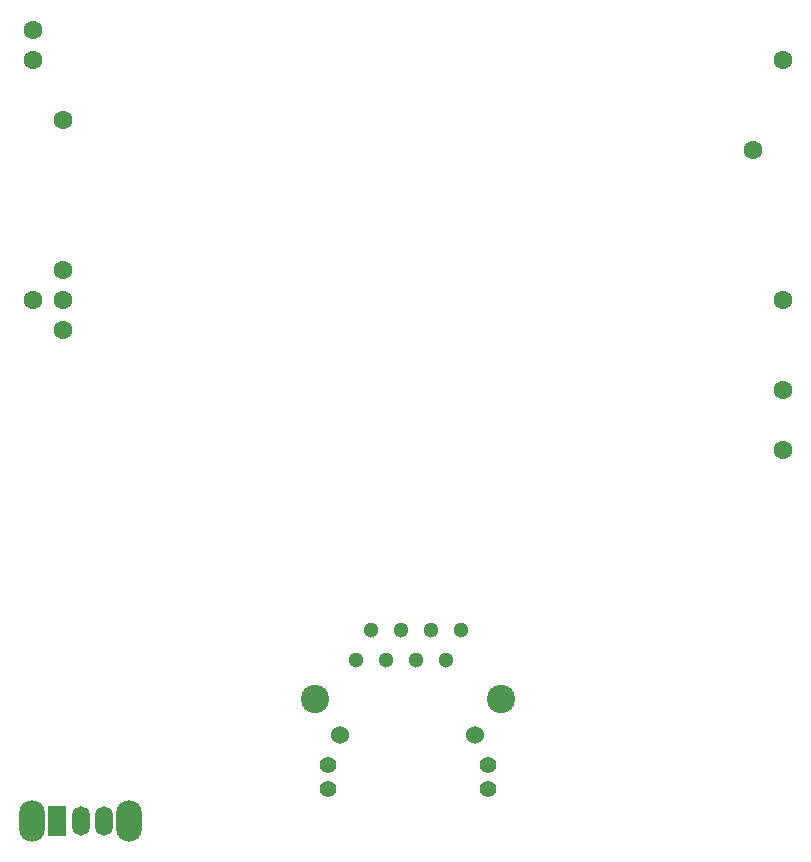
<source format=gbr>
%TF.GenerationSoftware,KiCad,Pcbnew,(6.0.9-0)*%
%TF.CreationDate,2022-11-17T19:03:50+01:00*%
%TF.ProjectId,shield,73686965-6c64-42e6-9b69-6361645f7063,1*%
%TF.SameCoordinates,PX3a2c940PY82a7440*%
%TF.FileFunction,Soldermask,Bot*%
%TF.FilePolarity,Negative*%
%FSLAX46Y46*%
G04 Gerber Fmt 4.6, Leading zero omitted, Abs format (unit mm)*
G04 Created by KiCad (PCBNEW (6.0.9-0)) date 2022-11-17 19:03:50*
%MOMM*%
%LPD*%
G01*
G04 APERTURE LIST*
%ADD10C,1.600000*%
%ADD11O,1.500000X2.500000*%
%ADD12R,1.500000X2.500000*%
%ADD13O,2.200000X3.500000*%
%ADD14C,2.400000*%
%ADD15C,1.400000*%
%ADD16C,1.300000*%
%ADD17C,1.524000*%
G04 APERTURE END LIST*
D10*
%TO.C,J2*%
X5490000Y50370000D03*
X2950000Y47830000D03*
X63910000Y60530000D03*
X5490000Y47830000D03*
X66450000Y47830000D03*
X5490000Y63070000D03*
X5490000Y45290000D03*
X66450000Y35130000D03*
X66450000Y40210000D03*
X66450000Y68150000D03*
X2950000Y70690000D03*
X2950000Y68150000D03*
%TD*%
D11*
%TO.C,SW1*%
X9000000Y3702500D03*
X7000000Y3702500D03*
D12*
X5000000Y3702500D03*
D13*
X11100000Y3702500D03*
X2900000Y3702500D03*
%TD*%
D14*
%TO.C,J1*%
X42550000Y14050000D03*
X26850000Y14050000D03*
D15*
X41485000Y8460000D03*
X41485000Y6430000D03*
X27915000Y8460000D03*
X27915000Y6430000D03*
D16*
X30300000Y17350000D03*
X31570000Y19890000D03*
X32840000Y17350000D03*
X34110000Y19890000D03*
X35380000Y17350000D03*
X36650000Y19890000D03*
X37920000Y17350000D03*
X39190000Y19890000D03*
D17*
X40415000Y11000000D03*
X28985000Y11000000D03*
%TD*%
M02*

</source>
